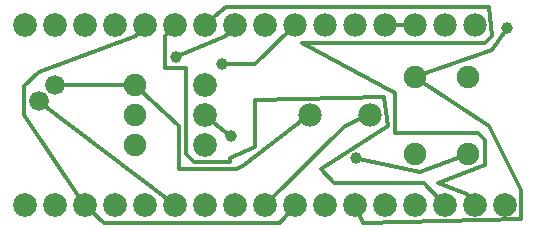
<source format=gbl>
G04 MADE WITH FRITZING*
G04 WWW.FRITZING.ORG*
G04 DOUBLE SIDED*
G04 HOLES PLATED*
G04 CONTOUR ON CENTER OF CONTOUR VECTOR*
%ASAXBY*%
%FSLAX23Y23*%
%MOIN*%
%OFA0B0*%
%SFA1.0B1.0*%
%ADD10C,0.075000*%
%ADD11C,0.079370*%
%ADD12C,0.066000*%
%ADD13C,0.078000*%
%ADD14C,0.039370*%
%ADD15C,0.012000*%
%LNCOPPER0*%
G90*
G70*
G54D10*
X436Y327D03*
X436Y427D03*
X436Y527D03*
G54D11*
X967Y127D03*
X1067Y127D03*
X1167Y127D03*
X1267Y127D03*
X1367Y127D03*
X1467Y127D03*
X1567Y127D03*
X1667Y127D03*
X67Y127D03*
X167Y127D03*
X267Y127D03*
X367Y127D03*
X467Y127D03*
X567Y127D03*
X667Y127D03*
X767Y127D03*
X867Y127D03*
X67Y727D03*
X167Y727D03*
X267Y727D03*
X367Y727D03*
X467Y727D03*
X567Y727D03*
X667Y727D03*
X767Y727D03*
X867Y727D03*
G54D12*
X114Y474D03*
X167Y527D03*
G54D13*
X1017Y427D03*
X1217Y427D03*
X1567Y727D03*
X1467Y727D03*
X1367Y727D03*
X1267Y727D03*
X1167Y727D03*
X1067Y727D03*
X967Y727D03*
G54D10*
X1367Y298D03*
X1367Y554D03*
X1545Y298D03*
X1545Y554D03*
G54D11*
X667Y527D03*
X667Y427D03*
X667Y327D03*
G54D14*
X726Y596D03*
X570Y620D03*
X1173Y284D03*
X1674Y716D03*
X755Y356D03*
G54D15*
X1199Y420D02*
X1134Y392D01*
X1134Y392D02*
X881Y141D01*
D02*
X126Y464D02*
X552Y139D01*
D02*
X954Y714D02*
X834Y596D01*
D02*
X834Y596D02*
X734Y596D01*
D02*
X577Y623D02*
X738Y692D01*
D02*
X738Y692D02*
X755Y712D01*
D02*
X1528Y291D02*
X1386Y236D01*
X1386Y236D02*
X1180Y282D01*
D02*
X554Y713D02*
X534Y692D01*
X534Y692D02*
X534Y584D01*
X534Y584D02*
X606Y584D01*
D02*
X606Y584D02*
X606Y296D01*
D02*
X606Y296D02*
X630Y272D01*
D02*
X630Y272D02*
X750Y272D01*
D02*
X750Y272D02*
X750Y284D01*
D02*
X750Y284D02*
X834Y320D01*
D02*
X834Y320D02*
X834Y476D01*
D02*
X834Y476D02*
X1266Y488D01*
X1266Y488D02*
X1278Y392D01*
X1278Y392D02*
X1056Y248D01*
X1056Y248D02*
X1098Y200D01*
X1098Y200D02*
X1398Y200D01*
X1398Y200D02*
X1454Y141D01*
D02*
X682Y740D02*
X738Y788D01*
D02*
X738Y788D02*
X1614Y788D01*
X1614Y788D02*
X1626Y692D01*
X1626Y692D02*
X1602Y668D01*
X1602Y668D02*
X990Y668D01*
D02*
X990Y668D02*
X1302Y500D01*
X1302Y500D02*
X1302Y368D01*
X1302Y368D02*
X1578Y368D01*
X1578Y368D02*
X1602Y344D01*
X1602Y344D02*
X1602Y260D01*
X1602Y260D02*
X1446Y200D01*
X1446Y200D02*
X1542Y164D01*
X1542Y164D02*
X1556Y143D01*
D02*
X1382Y544D02*
X1614Y392D01*
X1614Y392D02*
X1722Y176D01*
X1722Y176D02*
X1722Y80D01*
X1722Y80D02*
X1194Y68D01*
X1194Y68D02*
X1176Y109D01*
D02*
X1670Y710D02*
X1626Y644D01*
X1626Y644D02*
X1384Y560D01*
D02*
X1286Y727D02*
X1348Y727D01*
D02*
X282Y114D02*
X330Y68D01*
X330Y68D02*
X918Y68D01*
D02*
X918Y68D02*
X955Y112D01*
D02*
X455Y712D02*
X438Y692D01*
X438Y692D02*
X114Y572D01*
X114Y572D02*
X66Y524D01*
X66Y524D02*
X66Y428D01*
X66Y428D02*
X256Y143D01*
D02*
X683Y415D02*
X749Y361D01*
D02*
X448Y515D02*
X582Y392D01*
D02*
X582Y392D02*
X582Y248D01*
D02*
X582Y248D02*
X774Y248D01*
D02*
X774Y248D02*
X798Y260D01*
D02*
X798Y260D02*
X1002Y416D01*
D02*
X183Y527D02*
X418Y527D01*
G04 End of Copper0*
M02*
</source>
